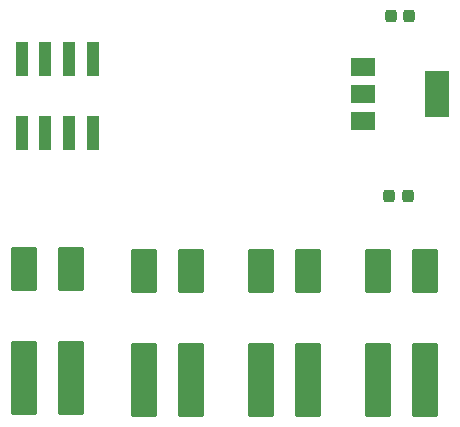
<source format=gbr>
%TF.GenerationSoftware,KiCad,Pcbnew,7.0.9*%
%TF.CreationDate,2023-12-16T14:17:49+09:00*%
%TF.ProjectId,extension,65787465-6e73-4696-9f6e-2e6b69636164,rev?*%
%TF.SameCoordinates,Original*%
%TF.FileFunction,Soldermask,Top*%
%TF.FilePolarity,Negative*%
%FSLAX46Y46*%
G04 Gerber Fmt 4.6, Leading zero omitted, Abs format (unit mm)*
G04 Created by KiCad (PCBNEW 7.0.9) date 2023-12-16 14:17:49*
%MOMM*%
%LPD*%
G01*
G04 APERTURE LIST*
G04 Aperture macros list*
%AMRoundRect*
0 Rectangle with rounded corners*
0 $1 Rounding radius*
0 $2 $3 $4 $5 $6 $7 $8 $9 X,Y pos of 4 corners*
0 Add a 4 corners polygon primitive as box body*
4,1,4,$2,$3,$4,$5,$6,$7,$8,$9,$2,$3,0*
0 Add four circle primitives for the rounded corners*
1,1,$1+$1,$2,$3*
1,1,$1+$1,$4,$5*
1,1,$1+$1,$6,$7*
1,1,$1+$1,$8,$9*
0 Add four rect primitives between the rounded corners*
20,1,$1+$1,$2,$3,$4,$5,0*
20,1,$1+$1,$4,$5,$6,$7,0*
20,1,$1+$1,$6,$7,$8,$9,0*
20,1,$1+$1,$8,$9,$2,$3,0*%
G04 Aperture macros list end*
%ADD10RoundRect,0.275000X0.225000X0.250000X-0.225000X0.250000X-0.225000X-0.250000X0.225000X-0.250000X0*%
%ADD11RoundRect,0.275000X-0.225000X-0.250000X0.225000X-0.250000X0.225000X0.250000X-0.225000X0.250000X0*%
%ADD12RoundRect,0.050000X0.500000X-1.375000X0.500000X1.375000X-0.500000X1.375000X-0.500000X-1.375000X0*%
%ADD13RoundRect,0.102000X1.000000X-3.000000X1.000000X3.000000X-1.000000X3.000000X-1.000000X-3.000000X0*%
%ADD14RoundRect,0.102000X1.000000X-1.750000X1.000000X1.750000X-1.000000X1.750000X-1.000000X-1.750000X0*%
%ADD15RoundRect,0.050000X-1.000000X-0.750000X1.000000X-0.750000X1.000000X0.750000X-1.000000X0.750000X0*%
%ADD16RoundRect,0.050000X-1.000000X-1.900000X1.000000X-1.900000X1.000000X1.900000X-1.000000X1.900000X0*%
G04 APERTURE END LIST*
D10*
%TO.C,C1*%
X122060000Y-53340000D03*
X120510000Y-53340000D03*
%TD*%
D11*
%TO.C,C2*%
X120370000Y-68580000D03*
X121920000Y-68580000D03*
%TD*%
D12*
%TO.C,J1*%
X89250000Y-57020000D03*
X89250000Y-63270000D03*
X91250000Y-57020000D03*
X91250000Y-63270000D03*
X93250000Y-57020000D03*
X93250000Y-63270000D03*
X95250000Y-57020000D03*
X95250000Y-63270000D03*
%TD*%
D13*
%TO.C,J4*%
X109506000Y-84180000D03*
D14*
X109506000Y-74930000D03*
D13*
X113506000Y-84180000D03*
D14*
X113506000Y-74930000D03*
%TD*%
D13*
%TO.C,J2*%
X89440000Y-84010000D03*
D14*
X89440000Y-74760000D03*
D13*
X93440000Y-84010000D03*
D14*
X93440000Y-74760000D03*
%TD*%
D13*
%TO.C,J3*%
X99580000Y-84180000D03*
D14*
X99580000Y-74930000D03*
D13*
X103580000Y-84180000D03*
D14*
X103580000Y-74930000D03*
%TD*%
D13*
%TO.C,J5*%
X119412000Y-84180000D03*
D14*
X119412000Y-74930000D03*
D13*
X123412000Y-84180000D03*
D14*
X123412000Y-74930000D03*
%TD*%
D15*
%TO.C,U1*%
X118110000Y-57630000D03*
X118110000Y-59930000D03*
D16*
X124410000Y-59930000D03*
D15*
X118110000Y-62230000D03*
%TD*%
M02*

</source>
